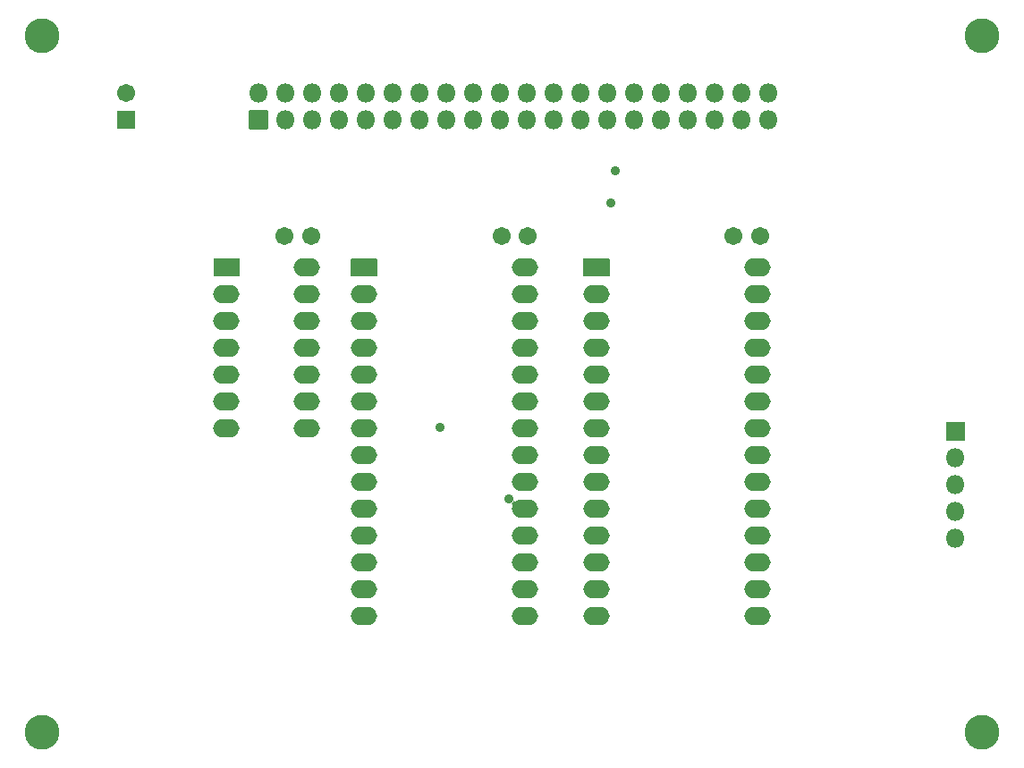
<source format=gbs>
G04 #@! TF.GenerationSoftware,KiCad,Pcbnew,(5.1.10-1-10_14)*
G04 #@! TF.CreationDate,2021-12-05T14:44:45+09:00*
G04 #@! TF.ProjectId,KZ80-MSXMEM,4b5a3830-2d4d-4535-984d-454d2e6b6963,rev?*
G04 #@! TF.SameCoordinates,PX8f0d180PY7735940*
G04 #@! TF.FileFunction,Soldermask,Bot*
G04 #@! TF.FilePolarity,Negative*
%FSLAX46Y46*%
G04 Gerber Fmt 4.6, Leading zero omitted, Abs format (unit mm)*
G04 Created by KiCad (PCBNEW (5.1.10-1-10_14)) date 2021-12-05 14:44:45*
%MOMM*%
%LPD*%
G01*
G04 APERTURE LIST*
%ADD10O,2.502000X1.702000*%
%ADD11C,3.302000*%
%ADD12O,1.802000X1.802000*%
%ADD13C,1.702000*%
%ADD14C,0.902000*%
%ADD15C,0.100000*%
G04 APERTURE END LIST*
D10*
X51240000Y48500000D03*
X36000000Y15480000D03*
X51240000Y45960000D03*
X36000000Y18020000D03*
X51240000Y43420000D03*
X36000000Y20560000D03*
X51240000Y40880000D03*
X36000000Y23100000D03*
X51240000Y38340000D03*
X36000000Y25640000D03*
X51240000Y35800000D03*
X36000000Y28180000D03*
X51240000Y33260000D03*
X36000000Y30720000D03*
X51240000Y30720000D03*
X36000000Y33260000D03*
X51240000Y28180000D03*
X36000000Y35800000D03*
X51240000Y25640000D03*
X36000000Y38340000D03*
X51240000Y23100000D03*
X36000000Y40880000D03*
X51240000Y20560000D03*
X36000000Y43420000D03*
X51240000Y18020000D03*
X36000000Y45960000D03*
X51240000Y15480000D03*
G36*
G01*
X34749000Y47700000D02*
X34749000Y49300000D01*
G75*
G02*
X34800000Y49351000I51000J0D01*
G01*
X37200000Y49351000D01*
G75*
G02*
X37251000Y49300000I0J-51000D01*
G01*
X37251000Y47700000D01*
G75*
G02*
X37200000Y47649000I-51000J0D01*
G01*
X34800000Y47649000D01*
G75*
G02*
X34749000Y47700000I0J51000D01*
G01*
G37*
X73240000Y48500000D03*
X58000000Y15480000D03*
X73240000Y45960000D03*
X58000000Y18020000D03*
X73240000Y43420000D03*
X58000000Y20560000D03*
X73240000Y40880000D03*
X58000000Y23100000D03*
X73240000Y38340000D03*
X58000000Y25640000D03*
X73240000Y35800000D03*
X58000000Y28180000D03*
X73240000Y33260000D03*
X58000000Y30720000D03*
X73240000Y30720000D03*
X58000000Y33260000D03*
X73240000Y28180000D03*
X58000000Y35800000D03*
X73240000Y25640000D03*
X58000000Y38340000D03*
X73240000Y23100000D03*
X58000000Y40880000D03*
X73240000Y20560000D03*
X58000000Y43420000D03*
X73240000Y18020000D03*
X58000000Y45960000D03*
X73240000Y15480000D03*
G36*
G01*
X56749000Y47700000D02*
X56749000Y49300000D01*
G75*
G02*
X56800000Y49351000I51000J0D01*
G01*
X59200000Y49351000D01*
G75*
G02*
X59251000Y49300000I0J-51000D01*
G01*
X59251000Y47700000D01*
G75*
G02*
X59200000Y47649000I-51000J0D01*
G01*
X56800000Y47649000D01*
G75*
G02*
X56749000Y47700000I0J51000D01*
G01*
G37*
X30620000Y48500000D03*
X23000000Y33260000D03*
X30620000Y45960000D03*
X23000000Y35800000D03*
X30620000Y43420000D03*
X23000000Y38340000D03*
X30620000Y40880000D03*
X23000000Y40880000D03*
X30620000Y38340000D03*
X23000000Y43420000D03*
X30620000Y35800000D03*
X23000000Y45960000D03*
X30620000Y33260000D03*
G36*
G01*
X21749000Y47700000D02*
X21749000Y49300000D01*
G75*
G02*
X21800000Y49351000I51000J0D01*
G01*
X24200000Y49351000D01*
G75*
G02*
X24251000Y49300000I0J-51000D01*
G01*
X24251000Y47700000D01*
G75*
G02*
X24200000Y47649000I-51000J0D01*
G01*
X21800000Y47649000D01*
G75*
G02*
X21749000Y47700000I0J51000D01*
G01*
G37*
D11*
X94500000Y4500000D03*
X5500000Y4500000D03*
X94500000Y70500000D03*
X5500000Y70500000D03*
D12*
X92000000Y22840000D03*
X92000000Y25380000D03*
X92000000Y27920000D03*
X92000000Y30460000D03*
G36*
G01*
X91099000Y32150000D02*
X91099000Y33850000D01*
G75*
G02*
X91150000Y33901000I51000J0D01*
G01*
X92850000Y33901000D01*
G75*
G02*
X92901000Y33850000I0J-51000D01*
G01*
X92901000Y32150000D01*
G75*
G02*
X92850000Y32099000I-51000J0D01*
G01*
X91150000Y32099000D01*
G75*
G02*
X91099000Y32150000I0J51000D01*
G01*
G37*
X74260000Y65040000D03*
X74260000Y62500000D03*
X71720000Y65040000D03*
X71720000Y62500000D03*
X69180000Y65040000D03*
X69180000Y62500000D03*
X66640000Y65040000D03*
X66640000Y62500000D03*
X64100000Y65040000D03*
X64100000Y62500000D03*
X61560000Y65040000D03*
X61560000Y62500000D03*
X59020000Y65040000D03*
X59020000Y62500000D03*
X56480000Y65040000D03*
X56480000Y62500000D03*
X53940000Y65040000D03*
X53940000Y62500000D03*
X51400000Y65040000D03*
X51400000Y62500000D03*
X48860000Y65040000D03*
X48860000Y62500000D03*
X46320000Y65040000D03*
X46320000Y62500000D03*
X43780000Y65040000D03*
X43780000Y62500000D03*
X41240000Y65040000D03*
X41240000Y62500000D03*
X38700000Y65040000D03*
X38700000Y62500000D03*
X36160000Y65040000D03*
X36160000Y62500000D03*
X33620000Y65040000D03*
X33620000Y62500000D03*
X31080000Y65040000D03*
X31080000Y62500000D03*
X28540000Y65040000D03*
X28540000Y62500000D03*
X26000000Y65040000D03*
G36*
G01*
X26850000Y61599000D02*
X25150000Y61599000D01*
G75*
G02*
X25099000Y61650000I0J51000D01*
G01*
X25099000Y63350000D01*
G75*
G02*
X25150000Y63401000I51000J0D01*
G01*
X26850000Y63401000D01*
G75*
G02*
X26901000Y63350000I0J-51000D01*
G01*
X26901000Y61650000D01*
G75*
G02*
X26850000Y61599000I-51000J0D01*
G01*
G37*
D13*
X51500000Y51500000D03*
X49000000Y51500000D03*
X73500000Y51500000D03*
X71000000Y51500000D03*
X13500000Y65000000D03*
G36*
G01*
X14300000Y61649000D02*
X12700000Y61649000D01*
G75*
G02*
X12649000Y61700000I0J51000D01*
G01*
X12649000Y63300000D01*
G75*
G02*
X12700000Y63351000I51000J0D01*
G01*
X14300000Y63351000D01*
G75*
G02*
X14351000Y63300000I0J-51000D01*
G01*
X14351000Y61700000D01*
G75*
G02*
X14300000Y61649000I-51000J0D01*
G01*
G37*
X31000000Y51500000D03*
X28500000Y51500000D03*
D14*
X59360600Y54594100D03*
X59791400Y57633300D03*
X49744700Y26562100D03*
X43191000Y33376700D03*
D15*
G36*
X50186396Y26476912D02*
G01*
X50187067Y26475212D01*
X50185286Y26457133D01*
X50187649Y26433142D01*
X50194649Y26410067D01*
X50206014Y26388803D01*
X50221309Y26370166D01*
X50239946Y26354871D01*
X50261210Y26343506D01*
X50284285Y26336506D01*
X50308276Y26334143D01*
X50332219Y26336502D01*
X50365057Y26348251D01*
X50367025Y26347893D01*
X50367699Y26346010D01*
X50367000Y26344822D01*
X50239673Y26240327D01*
X50134090Y26111674D01*
X50058368Y25970006D01*
X50056669Y25968950D01*
X50054906Y25969893D01*
X50054756Y25971714D01*
X50061711Y25988506D01*
X50066415Y26012156D01*
X50066414Y26036262D01*
X50061708Y26059912D01*
X50052481Y26082186D01*
X50039086Y26102233D01*
X50022038Y26119279D01*
X50001990Y26132673D01*
X49979716Y26141899D01*
X49956066Y26146603D01*
X49932008Y26146602D01*
X49900646Y26138746D01*
X49898723Y26139295D01*
X49898237Y26141235D01*
X49899395Y26142534D01*
X49956353Y26166127D01*
X50029537Y26215026D01*
X50091774Y26277263D01*
X50140673Y26350447D01*
X50174356Y26431764D01*
X50183115Y26475798D01*
X50184434Y26477302D01*
X50186396Y26476912D01*
G37*
M02*

</source>
